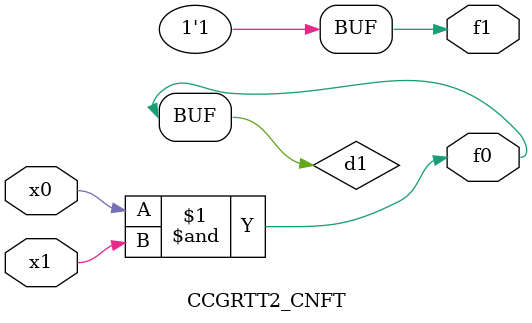
<source format=v>
module CCGRTT2_CNFT(
	input x0, x1,
	output f0, f1
);

	wire d1;

	assign f0 = d1;
	and (d1, x0, x1);
	assign f1 = 1'b1;
endmodule

</source>
